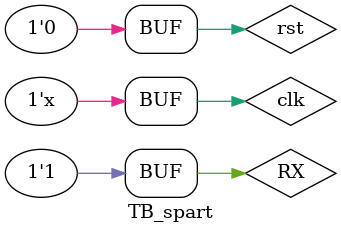
<source format=v>
`timescale 1ns / 1ps


module TB_spart;

	// Inputs
	reg clk;
	reg rst;
	reg RX;

	// Outputs
	wire txd;

	// Instantiate the Unit Under Test (UUT)
	top_level uut (
		.clk(clk), 
		.rst(rst), 
		.txd(txd), 
		.rxd(RX)
	);


initial
begin
clk = 0;
rst = 1;
RX = 1;

#40 rst = 0;

#6500;
RX = 0;		


#26077;
RX = 1;		

#26077;
RX = 0;		

#26077;
RX = 1;

#26077;
RX = 0;

#26077;
RX = 1;

#26077;
RX = 0;		

#26077;
RX = 1;		

#26077;
RX = 0;
	
#26077;
RX = 1;	


// Next Read command
#6500000;
RX = 0;		


#26077;
RX = 0;		

#26077;
RX = 1;		

#26077;
RX = 0;

#26077;
RX = 1;

#26077;
RX = 0;

#26077;
RX = 1;		

#26077;
RX = 0;		

#26077;
RX = 1;
	
#26077;
RX = 1;	


// Next Read command
#6500000;
RX = 0;		


#26077;
RX = 0;		

#26077;
RX = 1;		

#26077;
RX = 0;

#26077;
RX = 1;

#26077;
RX = 0;

#26077;
RX = 1;		

#26077;
RX = 0;		

#26077;
RX = 1;
	
#26077;
RX = 1;	


// Next Read command
#6500000;
RX = 0;		


#26077;
RX = 0;		

#26077;
RX = 1;		

#26077;
RX = 0;

#26077;
RX = 1;

#26077;
RX = 0;

#26077;
RX = 1;		

#26077;
RX = 0;		

#26077;
RX = 1;
	
#26077;
RX = 1;	

// End of 32-bit data sent


// Another READ

#65000;
RX = 0;		


#26077;
RX = 0;		

#26077;
RX = 0;		

#26077;
RX = 1;

#26077;
RX = 0;

#26077;
RX = 1;

#26077;
RX = 0;		

#26077;
RX = 1;		

#26077;
RX = 0;
	
#26077;
RX = 1;	


// Next Read command
#6500000;
RX = 0;		


#26077;
RX = 1;		

#26077;
RX = 1;		

#26077;
RX = 0;

#26077;
RX = 1;

#26077;
RX = 0;

#26077;
RX = 1;		

#26077;
RX = 0;		

#26077;
RX = 1;
	
#26077;
RX = 1;	


// Next Read command
#6500000;
RX = 0;		


#26077;
RX = 1;		

#26077;
RX = 1;		

#26077;
RX = 0;

#26077;
RX = 1;

#26077;
RX = 0;

#26077;
RX = 1;		

#26077;
RX = 0;		

#26077;
RX = 1;
	
#26077;
RX = 1;	


// Next Read command
#6500000;
RX = 0;		


#26077;
RX = 1;		

#26077;
RX = 1;		

#26077;
RX = 0;

#26077;
RX = 1;

#26077;
RX = 0;

#26077;
RX = 1;		

#26077;
RX = 0;		

#26077;
RX = 1;
	
#26077;
RX = 1;	

// End of 32-bit data sent




// Next set of 8-byte data

#6500000;
RX = 0;		


#26077;
RX = 1;		

#26077;
RX = 0;		

#26077;
RX = 1;

#26077;
RX = 0;

#26077;
RX = 1;

#26077;
RX = 0;		

#26077;
RX = 1;		

#26077;
RX = 0;
	
#26077;
RX = 1;	


// Next Read command
#6500000;
RX = 0;		


#26077;
RX = 0;		

#26077;
RX = 1;		

#26077;
RX = 0;

#26077;
RX = 1;

#26077;
RX = 0;

#26077;
RX = 1;		

#26077;
RX = 0;		

#26077;
RX = 1;
	
#26077;
RX = 1;	


// Next Read command
#6500000;
RX = 0;		


#26077;
RX = 0;		

#26077;
RX = 1;		

#26077;
RX = 0;

#26077;
RX = 1;

#26077;
RX = 0;

#26077;
RX = 1;		

#26077;
RX = 0;		

#26077;
RX = 1;
	
#26077;
RX = 1;	


// Next Read command
#6500000;
RX = 0;		


#26077;
RX = 0;		

#26077;
RX = 1;		

#26077;
RX = 0;

#26077;
RX = 1;

#26077;
RX = 0;

#26077;
RX = 1;		

#26077;
RX = 0;		

#26077;
RX = 1;
	
#26077;
RX = 1;	

// End of 32-bit data sent


// Another READ

#65000;
RX = 0;		


#26077;
RX = 0;		

#26077;
RX = 0;		

#26077;
RX = 1;

#26077;
RX = 0;

#26077;
RX = 1;

#26077;
RX = 0;		

#26077;
RX = 1;		

#26077;
RX = 0;
	
#26077;
RX = 1;	


// Next Read command
#6500000;
RX = 0;		


#26077;
RX = 1;		

#26077;
RX = 1;		

#26077;
RX = 0;

#26077;
RX = 1;

#26077;
RX = 0;

#26077;
RX = 1;		

#26077;
RX = 0;		

#26077;
RX = 1;
	
#26077;
RX = 1;	


// Next Read command
#6500000;
RX = 0;		


#26077;
RX = 1;		

#26077;
RX = 1;		

#26077;
RX = 0;

#26077;
RX = 1;

#26077;
RX = 0;

#26077;
RX = 1;		

#26077;
RX = 0;		

#26077;
RX = 1;
	
#26077;
RX = 1;	


// Next Read command
#6500000;
RX = 0;		


#26077;
RX = 1;		

#26077;
RX = 1;		

#26077;
RX = 0;

#26077;
RX = 1;

#26077;
RX = 0;

#26077;
RX = 1;		

#26077;
RX = 0;		

#26077;
RX = 1;
	
#26077;
RX = 1;	

// End of 32-bit data sent



end

always 
#5 clk = ~clk;
      
endmodule


</source>
